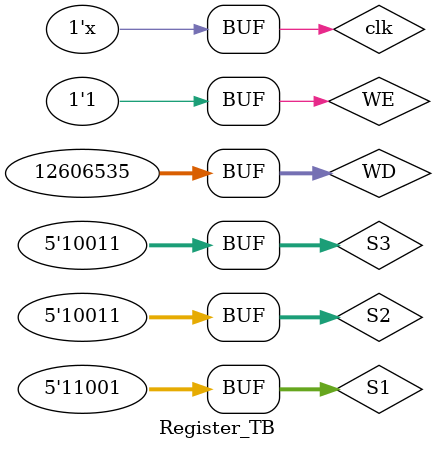
<source format=sv>
module Register_TB();
reg [31:0] WD;
reg [4:0] S1;
reg [4:0] S2;
reg [4:0] S3;
reg WE;
reg clk;
wire [31:0] RD1;
wire [31:0] RD2;
REGISTERFILE R(.clk(clk),.WE(WE),.S1(S1),.S2(S2),.S3(S3),.WD(WD), .RD1(RD1), .RD2(RD2));
always 
begin
    #15; 
    clk= ~clk;
end 
initial begin
clk=0;
WE=1'b0;
S1=5'b01011;
S2=5'b00111;
S3=5'b00010;
WD=32'b00000000000000000000000000000011;
#15;

WE=1'b0;
S1=5'b00101;
S2=5'b00110;
S3=5'b00011;
WD=32'b00000000000000000010000110000111;
#15;
WE=1'b1;
S1=5'b0111;
S2=5'b01101;
S3=5'b00111;
WD=32'b00001100000000000000000000000011;
#15;
WE=1'b0;
S1=5'b11110;
S2=5'b10101;
S3=5'b11011;
WD=32'b00000000000000000101100000000111;
#15;
WE=1'b1;
S1=5'b11010;
S2=5'b10001;
S3=5'b11111;
WD=32'b00000000000000000101110001000111;
#15;
WE=1'b0;
S1=5'b10010;
S2=5'b11101;
S3=5'b11000;
WD=32'b00000000000000000101110001110111;
#15;
WE=1'b1;
S1=5'b11001;
S2=5'b10011;
S3=5'b10011;
WD=32'b00000000110000000101110001000111;
  
  
end
//initial
//  begin
//    $dumpfile("dump.vcd");
//    $dumpvars;
//    $finish;
//end 

  
endmodule
</source>
